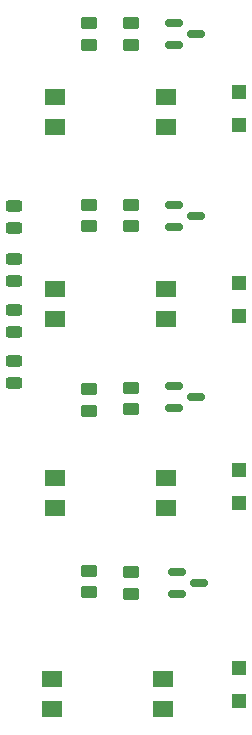
<source format=gbr>
%TF.GenerationSoftware,KiCad,Pcbnew,(6.0.7)*%
%TF.CreationDate,2023-01-17T21:34:43+03:00*%
%TF.ProjectId,4ChannelRelayModule,34436861-6e6e-4656-9c52-656c61794d6f,rev?*%
%TF.SameCoordinates,Original*%
%TF.FileFunction,Paste,Top*%
%TF.FilePolarity,Positive*%
%FSLAX46Y46*%
G04 Gerber Fmt 4.6, Leading zero omitted, Abs format (unit mm)*
G04 Created by KiCad (PCBNEW (6.0.7)) date 2023-01-17 21:34:43*
%MOMM*%
%LPD*%
G01*
G04 APERTURE LIST*
G04 Aperture macros list*
%AMRoundRect*
0 Rectangle with rounded corners*
0 $1 Rounding radius*
0 $2 $3 $4 $5 $6 $7 $8 $9 X,Y pos of 4 corners*
0 Add a 4 corners polygon primitive as box body*
4,1,4,$2,$3,$4,$5,$6,$7,$8,$9,$2,$3,0*
0 Add four circle primitives for the rounded corners*
1,1,$1+$1,$2,$3*
1,1,$1+$1,$4,$5*
1,1,$1+$1,$6,$7*
1,1,$1+$1,$8,$9*
0 Add four rect primitives between the rounded corners*
20,1,$1+$1,$2,$3,$4,$5,0*
20,1,$1+$1,$4,$5,$6,$7,0*
20,1,$1+$1,$6,$7,$8,$9,0*
20,1,$1+$1,$8,$9,$2,$3,0*%
G04 Aperture macros list end*
%ADD10R,1.700000X1.450000*%
%ADD11RoundRect,0.243750X-0.456250X0.243750X-0.456250X-0.243750X0.456250X-0.243750X0.456250X0.243750X0*%
%ADD12RoundRect,0.250000X-0.450000X0.262500X-0.450000X-0.262500X0.450000X-0.262500X0.450000X0.262500X0*%
%ADD13R,1.200000X1.200000*%
%ADD14RoundRect,0.250000X0.450000X-0.262500X0.450000X0.262500X-0.450000X0.262500X-0.450000X-0.262500X0*%
%ADD15RoundRect,0.150000X-0.587500X-0.150000X0.587500X-0.150000X0.587500X0.150000X-0.587500X0.150000X0*%
%ADD16RoundRect,0.243750X0.456250X-0.243750X0.456250X0.243750X-0.456250X0.243750X-0.456250X-0.243750X0*%
G04 APERTURE END LIST*
D10*
%TO.C,U3*%
X107314000Y-93156000D03*
X107314000Y-95696000D03*
X116714000Y-95696000D03*
X116714000Y-93156000D03*
%TD*%
D11*
%TO.C,D4*%
X103886000Y-83250000D03*
X103886000Y-85125000D03*
%TD*%
D12*
%TO.C,R4*%
X110236000Y-101030000D03*
X110236000Y-102855000D03*
%TD*%
D11*
%TO.C,D3*%
X103886000Y-78932000D03*
X103886000Y-80807000D03*
%TD*%
D13*
%TO.C,D6*%
X122936000Y-79446000D03*
X122936000Y-76646000D03*
%TD*%
D14*
%TO.C,R6*%
X113792000Y-71867000D03*
X113792000Y-70042000D03*
%TD*%
D10*
%TO.C,U2*%
X107314000Y-77154000D03*
X107314000Y-79694000D03*
X116714000Y-79694000D03*
X116714000Y-77154000D03*
%TD*%
D14*
%TO.C,R3*%
X110236000Y-87464500D03*
X110236000Y-85639500D03*
%TD*%
D15*
%TO.C,Q3*%
X117426500Y-85348000D03*
X117426500Y-87248000D03*
X119301500Y-86298000D03*
%TD*%
D10*
%TO.C,U4*%
X107060000Y-110174000D03*
X107060000Y-112714000D03*
X116460000Y-112714000D03*
X116460000Y-110174000D03*
%TD*%
D13*
%TO.C,D8*%
X122936000Y-112082000D03*
X122936000Y-109282000D03*
%TD*%
D10*
%TO.C,U1*%
X107314000Y-60898000D03*
X107314000Y-63438000D03*
X116714000Y-63438000D03*
X116714000Y-60898000D03*
%TD*%
D12*
%TO.C,R2*%
X110236000Y-70042000D03*
X110236000Y-71867000D03*
%TD*%
D14*
%TO.C,R5*%
X113792000Y-56476500D03*
X113792000Y-54651500D03*
%TD*%
%TO.C,R7*%
X113792000Y-87361000D03*
X113792000Y-85536000D03*
%TD*%
D15*
%TO.C,Q4*%
X117680500Y-101096000D03*
X117680500Y-102996000D03*
X119555500Y-102046000D03*
%TD*%
D16*
%TO.C,D1*%
X103886000Y-71995500D03*
X103886000Y-70120500D03*
%TD*%
D13*
%TO.C,D5*%
X122936000Y-63314000D03*
X122936000Y-60514000D03*
%TD*%
D14*
%TO.C,R1*%
X110236000Y-56476500D03*
X110236000Y-54651500D03*
%TD*%
D11*
%TO.C,D2*%
X103886000Y-74614000D03*
X103886000Y-76489000D03*
%TD*%
D13*
%TO.C,D7*%
X122936000Y-95318000D03*
X122936000Y-92518000D03*
%TD*%
D15*
%TO.C,Q2*%
X117426500Y-70042000D03*
X117426500Y-71942000D03*
X119301500Y-70992000D03*
%TD*%
%TO.C,Q1*%
X117426500Y-54614000D03*
X117426500Y-56514000D03*
X119301500Y-55564000D03*
%TD*%
D12*
%TO.C,R8*%
X113792000Y-101133500D03*
X113792000Y-102958500D03*
%TD*%
M02*

</source>
